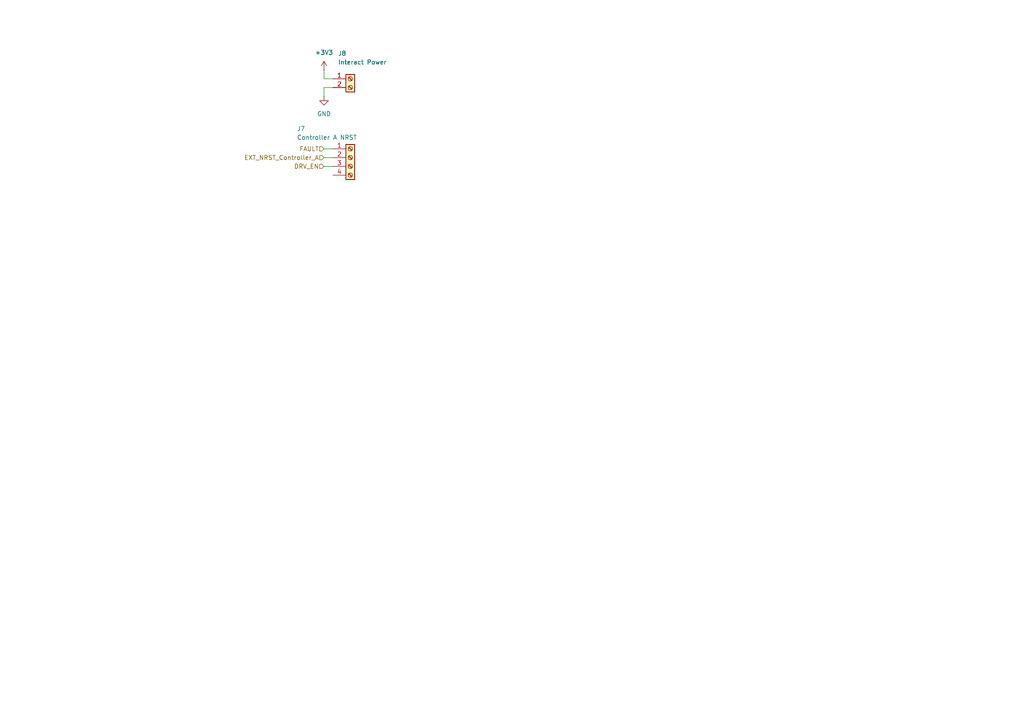
<source format=kicad_sch>
(kicad_sch (version 20231120) (generator "eeschema") (generator_version "8.0")
  (paper "A4")
  (title_block (title "HyperDrive Motor Controller") (rev "Mk. 1") (company "University of Alberta EcoCar Team"))
  (lib_symbols
    (symbol "Connector:Screw_Terminal_01x02" (pin_names (offset 1.016) hide)
      (property "Reference" "J" (at 0 2.54 0))
      (property "Value" "Screw_Terminal_01x02" (at 0 -5.08 0))
      (symbol "Screw_Terminal_01x02_1_1"
        (rectangle (start -1.27 1.27) (end 1.27 -3.81) (stroke (width 0.254)) (fill (type background)))
        (circle (center 0 -2.54) (radius 0.635) (stroke (width 0.1524)))
        (polyline (pts (xy -0.5334 -2.2098) (xy 0.3302 -3.048)) (stroke (width 0.1524)))
        (polyline (pts (xy -0.5334 0.3302) (xy 0.3302 -0.508)) (stroke (width 0.1524)))
        (polyline (pts (xy -0.3556 -2.032) (xy 0.508 -2.8702)) (stroke (width 0.1524)))
        (polyline (pts (xy -0.3556 0.508) (xy 0.508 -0.3302)) (stroke (width 0.1524)))
        (circle (center 0 0) (radius 0.635) (stroke (width 0.1524)))
        (pin passive line (at -5.08 0 0) (length 3.81) (name "Pin_1") (number "1"))
        (pin passive line (at -5.08 -2.54 0) (length 3.81) (name "Pin_2") (number "2"))
      )
    )
    (symbol "Connector:Screw_Terminal_01x04" (pin_names (offset 1.016) hide)
      (property "Reference" "J" (at 0 5.08 0))
      (property "Value" "Screw_Terminal_01x04" (at 0 -7.62 0))
      (symbol "Screw_Terminal_01x04_1_1"
        (rectangle (start -1.27 3.81) (end 1.27 -6.35) (stroke (width 0.254)) (fill (type background)))
        (circle (center 0 -5.08) (radius 0.635) (stroke (width 0.1524)))
        (circle (center 0 -2.54) (radius 0.635) (stroke (width 0.1524)))
        (polyline (pts (xy -0.5334 -4.7498) (xy 0.3302 -5.588)) (stroke (width 0.1524)))
        (polyline (pts (xy -0.5334 -2.2098) (xy 0.3302 -3.048)) (stroke (width 0.1524)))
        (polyline (pts (xy -0.5334 0.3302) (xy 0.3302 -0.508)) (stroke (width 0.1524)))
        (polyline (pts (xy -0.5334 2.8702) (xy 0.3302 2.032)) (stroke (width 0.1524)))
        (polyline (pts (xy -0.3556 -4.572) (xy 0.508 -5.4102)) (stroke (width 0.1524)))
        (polyline (pts (xy -0.3556 -2.032) (xy 0.508 -2.8702)) (stroke (width 0.1524)))
        (polyline (pts (xy -0.3556 0.508) (xy 0.508 -0.3302)) (stroke (width 0.1524)))
        (polyline (pts (xy -0.3556 3.048) (xy 0.508 2.2098)) (stroke (width 0.1524)))
        (circle (center 0 0) (radius 0.635) (stroke (width 0.1524)))
        (circle (center 0 2.54) (radius 0.635) (stroke (width 0.1524)))
        (pin passive line (at -5.08 2.54 0) (length 3.81) (name "Pin_1") (number "1"))
        (pin passive line (at -5.08 0 0) (length 3.81) (name "Pin_2") (number "2"))
        (pin passive line (at -5.08 -2.54 0) (length 3.81) (name "Pin_3") (number "3"))
        (pin passive line (at -5.08 -5.08 0) (length 3.81) (name "Pin_4") (number "4"))
      )
    )
    (symbol "power:+3V3" (power) (pin_numbers hide) (pin_names (offset 0) hide)
      (property "Value" "+3V3" (at 0 3.556 0))
      (symbol "+3V3_0_1"
        (polyline (pts (xy -0.762 1.27) (xy 0 2.54)))
        (polyline (pts (xy 0 0) (xy 0 2.54)))
        (polyline (pts (xy 0 2.54) (xy 0.762 1.27)))
      )
      (symbol "+3V3_1_1"
        (pin power_in line (at 0 0 90) (length 0) (name "~") (number "1"))
      )
    )
    (symbol "power:GND" (power) (pin_numbers hide) (pin_names (offset 0) hide)
      (property "Value" "GND" (at 0 -3.81 0))
      (symbol "GND_0_1"
        (polyline (pts (xy 0 0) (xy 0 -1.27) (xy 1.27 -1.27) (xy 0 -2.54) (xy -1.27 -1.27) (xy 0 -1.27)))
      )
      (symbol "GND_1_1"
        (pin power_in line (at 0 0 270) (length 0) (name "~") (number "1"))
      )
    )
  )
  (wire (pts (xy 93.98 20.32) (xy 93.98 22.86)))
  (wire (pts (xy 93.98 22.86) (xy 96.52 22.86)))
  (wire (pts (xy 93.98 48.26) (xy 96.52 48.26)))
  (wire (pts (xy 93.98 27.94) (xy 93.98 25.4)))
  (wire (pts (xy 93.98 43.18) (xy 96.52 43.18)))
  (wire (pts (xy 93.98 45.72) (xy 96.52 45.72)))
  (wire (pts (xy 93.98 25.4) (xy 96.52 25.4)))
  (hierarchical_label "EXT_NRST_Controller_A" (shape input) (at 93.98 45.72 180))
  (hierarchical_label "DRV_EN" (shape input) (at 93.98 48.26 180))
  (hierarchical_label "FAULT" (shape input) (at 93.98 43.18 180))
  (symbol (lib_id "Connector:Screw_Terminal_01x04") (at 101.6 45.72 0) (unit 1)
    (property "Reference" "J7" (at 86.106 37.338 0) (effects (justify left)))
    (property "Value" "Controller A NRST" (at 86.106 39.878 0) (effects (justify left)))
    (property "Footprint" "TerminalBlock_Phoenix:TerminalBlock_Phoenix_MPT-0,5-4-2.54_1x04_P2.54mm_Horizontal" (effects (hide yes)))
    (property "Description" "Generic screw terminal, single row, 01x04, script generated (kicad-library-utils/schlib/autogen/connector/)" (effects (hide yes)))
  )
  (symbol (lib_id "power:+3V3") (at 93.98 20.32 0) (unit 1)
    (property "Reference" "#PWR02" (effects (hide yes)))
    (property "Value" "+3V3" (at 93.98 15.24 0))
    (property "Description" "Power symbol creates a global label with name \"+3V3\"" (effects (hide yes)))
  )
  (symbol (lib_id "power:GND") (at 93.98 27.94 0) (unit 1)
    (property "Reference" "#PWR047" (effects (hide yes)))
    (property "Value" "GND" (at 93.98 33.02 0))
    (property "Description" "Power symbol creates a global label with name \"GND\" , ground" (effects (hide yes)))
  )
  (symbol (lib_id "Connector:Screw_Terminal_01x02") (at 101.6 22.86 0) (unit 1)
    (property "Reference" "J8" (at 98.044 15.494 0) (effects (justify left)))
    (property "Value" "Interact Power" (at 98.044 18.034 0) (effects (justify left)))
    (property "Footprint" "TerminalBlock_Phoenix:TerminalBlock_Phoenix_MPT-0,5-3-2.54_1x02_P2.54mm_Horizontal" (effects (hide yes)))
    (property "Description" "Generic screw terminal, single row, 01x02, script generated (kicad-library-utils/schlib/autogen/connector/)" (effects (hide yes)))
  )
)
</source>
